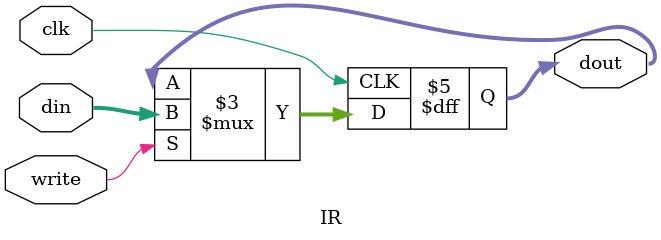
<source format=v>
module IR (
    input clk,
    input write,
    input [8:0] din,
    output reg[8:0] dout = 9'b0
);

always @(posedge clk)
	begin
		if (write) dout <= din;
	end
endmodule

</source>
